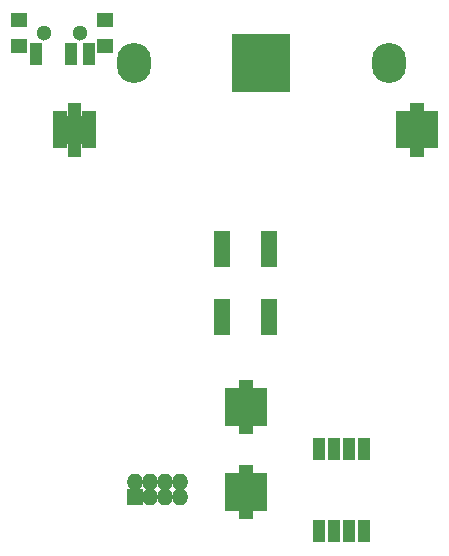
<source format=gbr>
G04 #@! TF.GenerationSoftware,KiCad,Pcbnew,(5.0.0)*
G04 #@! TF.CreationDate,2019-08-28T15:04:53-04:00*
G04 #@! TF.ProjectId,Tiny-er T,54696E792D657220542E6B696361645F,rev?*
G04 #@! TF.SameCoordinates,Original*
G04 #@! TF.FileFunction,Soldermask,Bot*
G04 #@! TF.FilePolarity,Negative*
%FSLAX46Y46*%
G04 Gerber Fmt 4.6, Leading zero omitted, Abs format (unit mm)*
G04 Created by KiCad (PCBNEW (5.0.0)) date 08/28/19 15:04:53*
%MOMM*%
%LPD*%
G01*
G04 APERTURE LIST*
%ADD10R,1.000000X1.950000*%
%ADD11R,1.400000X3.150000*%
%ADD12O,2.900000X3.400000*%
%ADD13R,4.900000X4.900000*%
%ADD14R,1.400000X1.400000*%
%ADD15O,1.400000X1.400000*%
%ADD16R,1.400000X2.400000*%
%ADD17R,0.700000X1.250000*%
%ADD18R,1.250000X0.700000*%
%ADD19R,1.400000X1.200000*%
%ADD20R,1.100000X1.900000*%
%ADD21C,1.300000*%
G04 APERTURE END LIST*
D10*
G04 #@! TO.C,U1*
X116195000Y-121500000D03*
X117460000Y-121500000D03*
X118730000Y-121500000D03*
X120000000Y-121500000D03*
X120000000Y-114500000D03*
X118730000Y-114500000D03*
X117460000Y-114500000D03*
X116190000Y-114500000D03*
G04 #@! TD*
D11*
G04 #@! TO.C,SW1*
X112000000Y-97620000D03*
X112000000Y-103380000D03*
X108000000Y-103380000D03*
X108000000Y-97620000D03*
G04 #@! TD*
D12*
G04 #@! TO.C,J1*
X100500000Y-81826100D03*
X122100000Y-81826100D03*
D13*
X111300000Y-81826100D03*
G04 #@! TD*
D14*
G04 #@! TO.C,J2*
X100660000Y-118600000D03*
D15*
X100660000Y-117330000D03*
X101930000Y-118600000D03*
X101930000Y-117330000D03*
X103200000Y-118600000D03*
X103200000Y-117330000D03*
X104470000Y-118600000D03*
X104470000Y-117330000D03*
G04 #@! TD*
D16*
G04 #@! TO.C,U3*
X124500000Y-87500000D03*
D17*
X124750000Y-85800000D03*
X124250000Y-85800000D03*
D18*
X123300000Y-86250000D03*
X123300000Y-86750000D03*
X123300000Y-87250000D03*
X123300000Y-87750000D03*
X123300000Y-88250000D03*
X123300000Y-88750000D03*
D17*
X124250000Y-89200000D03*
X124750000Y-89200000D03*
D18*
X125700000Y-88750000D03*
X125700000Y-88250000D03*
X125700000Y-87750000D03*
X125700000Y-87250000D03*
X125700000Y-86750000D03*
X125700000Y-86250000D03*
G04 #@! TD*
D16*
G04 #@! TO.C,U4*
X110000000Y-111000000D03*
D17*
X110250000Y-109300000D03*
X109750000Y-109300000D03*
D18*
X108800000Y-109750000D03*
X108800000Y-110250000D03*
X108800000Y-110750000D03*
X108800000Y-111250000D03*
X108800000Y-111750000D03*
X108800000Y-112250000D03*
D17*
X109750000Y-112700000D03*
X110250000Y-112700000D03*
D18*
X111200000Y-112250000D03*
X111200000Y-111750000D03*
X111200000Y-111250000D03*
X111200000Y-110750000D03*
X111200000Y-110250000D03*
X111200000Y-109750000D03*
G04 #@! TD*
D16*
G04 #@! TO.C,U5*
X110000000Y-118200000D03*
D17*
X109750000Y-119900000D03*
X110250000Y-119900000D03*
D18*
X111200000Y-119450000D03*
X111200000Y-118950000D03*
X111200000Y-118450000D03*
X111200000Y-117950000D03*
X111200000Y-117450000D03*
X111200000Y-116950000D03*
D17*
X110250000Y-116500000D03*
X109750000Y-116500000D03*
D18*
X108800000Y-116950000D03*
X108800000Y-117450000D03*
X108800000Y-117950000D03*
X108800000Y-118450000D03*
X108800000Y-118950000D03*
X108800000Y-119450000D03*
G04 #@! TD*
D16*
G04 #@! TO.C,U6*
X95500000Y-87500000D03*
D17*
X95750000Y-85800000D03*
X95250000Y-85800000D03*
D18*
X94300000Y-86250000D03*
X94300000Y-86750000D03*
X94300000Y-87250000D03*
X94300000Y-87750000D03*
X94300000Y-88250000D03*
X94300000Y-88750000D03*
D17*
X95250000Y-89200000D03*
X95750000Y-89200000D03*
D18*
X96700000Y-88750000D03*
X96700000Y-88250000D03*
X96700000Y-87750000D03*
X96700000Y-87250000D03*
X96700000Y-86750000D03*
X96700000Y-86250000D03*
G04 #@! TD*
D19*
G04 #@! TO.C,POWER0*
X90800000Y-80430000D03*
X98100000Y-80430000D03*
X98100000Y-78220000D03*
X90800000Y-78220000D03*
D20*
X96700000Y-81080000D03*
X95200000Y-81080000D03*
X92200000Y-81080000D03*
D21*
X95950000Y-79320000D03*
X92950000Y-79320000D03*
G04 #@! TD*
M02*

</source>
